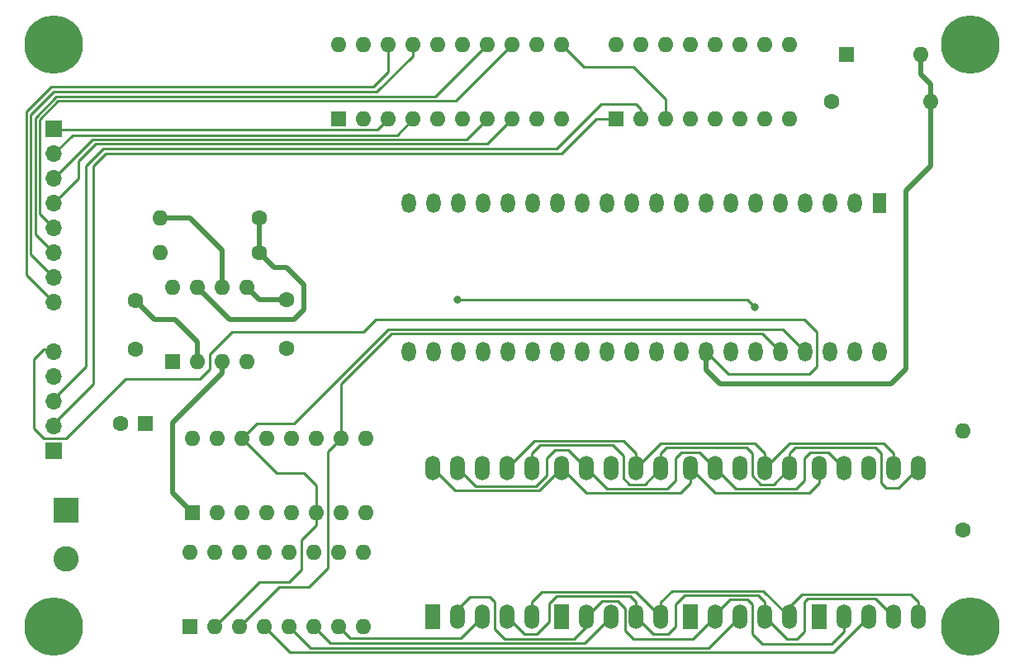
<source format=gbr>
%TF.GenerationSoftware,KiCad,Pcbnew,(5.1.9-0-10_14)*%
%TF.CreationDate,2021-06-28T20:13:29-04:00*%
%TF.ProjectId,DISPLAY,44495350-4c41-4592-9e6b-696361645f70,rev?*%
%TF.SameCoordinates,Original*%
%TF.FileFunction,Copper,L1,Top*%
%TF.FilePolarity,Positive*%
%FSLAX46Y46*%
G04 Gerber Fmt 4.6, Leading zero omitted, Abs format (unit mm)*
G04 Created by KiCad (PCBNEW (5.1.9-0-10_14)) date 2021-06-28 20:13:29*
%MOMM*%
%LPD*%
G01*
G04 APERTURE LIST*
%TA.AperFunction,ComponentPad*%
%ADD10O,1.600000X1.600000*%
%TD*%
%TA.AperFunction,ComponentPad*%
%ADD11C,1.600000*%
%TD*%
%TA.AperFunction,ComponentPad*%
%ADD12O,1.700000X1.700000*%
%TD*%
%TA.AperFunction,ComponentPad*%
%ADD13R,1.700000X1.700000*%
%TD*%
%TA.AperFunction,ComponentPad*%
%ADD14R,1.600000X1.600000*%
%TD*%
%TA.AperFunction,ComponentPad*%
%ADD15C,0.800000*%
%TD*%
%TA.AperFunction,ComponentPad*%
%ADD16C,6.000000*%
%TD*%
%TA.AperFunction,ComponentPad*%
%ADD17O,1.440000X2.000000*%
%TD*%
%TA.AperFunction,ComponentPad*%
%ADD18R,1.440000X2.000000*%
%TD*%
%TA.AperFunction,ComponentPad*%
%ADD19R,1.524000X2.524000*%
%TD*%
%TA.AperFunction,ComponentPad*%
%ADD20O,1.524000X2.524000*%
%TD*%
%TA.AperFunction,ComponentPad*%
%ADD21C,2.600000*%
%TD*%
%TA.AperFunction,ComponentPad*%
%ADD22R,2.600000X2.600000*%
%TD*%
%TA.AperFunction,ViaPad*%
%ADD23C,0.800000*%
%TD*%
%TA.AperFunction,Conductor*%
%ADD24C,0.500000*%
%TD*%
%TA.AperFunction,Conductor*%
%ADD25C,0.250000*%
%TD*%
G04 APERTURE END LIST*
D10*
%TO.P,R2,2*%
%TO.N,HEX*%
X180086000Y-50800000D03*
D11*
%TO.P,R2,1*%
%TO.N,GND*%
X180086000Y-60960000D03*
%TD*%
D12*
%TO.P,J3,5*%
%TO.N,SIGNED*%
X86868000Y-42672000D03*
%TO.P,J3,4*%
%TO.N,RST*%
X86868000Y-45212000D03*
%TO.P,J3,3*%
%TO.N,CLOCK*%
X86868000Y-47752000D03*
%TO.P,J3,2*%
%TO.N,OI*%
X86868000Y-50292000D03*
D13*
%TO.P,J3,1*%
%TO.N,HEX*%
X86868000Y-52832000D03*
%TD*%
D10*
%TO.P,SW1,2*%
%TO.N,SIGNED*%
X175768000Y-12192000D03*
D14*
%TO.P,SW1,1*%
%TO.N,VCC*%
X168148000Y-12192000D03*
%TD*%
D10*
%TO.P,R1,2*%
%TO.N,SIGNED*%
X176784000Y-17018000D03*
D11*
%TO.P,R1,1*%
%TO.N,GND*%
X166624000Y-17018000D03*
%TD*%
%TO.P,C16,2*%
%TO.N,GND*%
X93766000Y-50038000D03*
D14*
%TO.P,C16,1*%
%TO.N,VCC*%
X96266000Y-50038000D03*
%TD*%
D15*
%TO.P,REF\u002A\u002A,1*%
%TO.N,N/C*%
X88458990Y-9585010D03*
X86868000Y-8926000D03*
X85277010Y-9585010D03*
X84618000Y-11176000D03*
X85277010Y-12766990D03*
X86868000Y-13426000D03*
X88458990Y-12766990D03*
X89118000Y-11176000D03*
D16*
X86868000Y-11176000D03*
%TD*%
%TO.P,REF\u002A\u002A,1*%
%TO.N,N/C*%
X86868000Y-70866000D03*
D15*
X89118000Y-70866000D03*
X88458990Y-72456990D03*
X86868000Y-73116000D03*
X85277010Y-72456990D03*
X84618000Y-70866000D03*
X85277010Y-69275010D03*
X86868000Y-68616000D03*
X88458990Y-69275010D03*
%TD*%
D16*
%TO.P,REF\u002A\u002A,1*%
%TO.N,N/C*%
X180848000Y-11176000D03*
D15*
X183098000Y-11176000D03*
X182438990Y-12766990D03*
X180848000Y-13426000D03*
X179257010Y-12766990D03*
X178598000Y-11176000D03*
X179257010Y-9585010D03*
X180848000Y-8926000D03*
X182438990Y-9585010D03*
%TD*%
%TO.P,REF\u002A\u002A,1*%
%TO.N,N/C*%
X182438990Y-69275010D03*
X180848000Y-68616000D03*
X179257010Y-69275010D03*
X178598000Y-70866000D03*
X179257010Y-72456990D03*
X180848000Y-73116000D03*
X182438990Y-72456990D03*
X183098000Y-70866000D03*
D16*
X180848000Y-70866000D03*
%TD*%
D10*
%TO.P,U4332,16*%
%TO.N,VCC*%
X100838000Y-63246000D03*
%TO.P,U4332,8*%
%TO.N,GND*%
X118618000Y-70866000D03*
%TO.P,U4332,15*%
%TO.N,N/C*%
X103378000Y-63246000D03*
%TO.P,U4332,7*%
%TO.N,SIGN_DISPLAY*%
X116078000Y-70866000D03*
%TO.P,U4332,14*%
%TO.N,N/C*%
X105918000Y-63246000D03*
%TO.P,U4332,6*%
%TO.N,100_DISPLAY*%
X113538000Y-70866000D03*
%TO.P,U4332,13*%
%TO.N,N/C*%
X108458000Y-63246000D03*
%TO.P,U4332,5*%
%TO.N,10_DISPLAY*%
X110998000Y-70866000D03*
%TO.P,U4332,12*%
%TO.N,N/C*%
X110998000Y-63246000D03*
%TO.P,U4332,4*%
%TO.N,1_DISPLAY*%
X108458000Y-70866000D03*
%TO.P,U4332,11*%
%TO.N,N/C*%
X113538000Y-63246000D03*
%TO.P,U4332,3*%
%TO.N,A1*%
X105918000Y-70866000D03*
%TO.P,U4332,10*%
%TO.N,N/C*%
X116078000Y-63246000D03*
%TO.P,U4332,2*%
%TO.N,A0*%
X103378000Y-70866000D03*
%TO.P,U4332,9*%
%TO.N,N/C*%
X118618000Y-63246000D03*
D14*
%TO.P,U4332,1*%
%TO.N,GND*%
X100838000Y-70866000D03*
%TD*%
D10*
%TO.P,U2444,16*%
%TO.N,VCC*%
X101092000Y-51562000D03*
%TO.P,U2444,8*%
X118872000Y-59182000D03*
%TO.P,U2444,15*%
%TO.N,Net-(U2444-Pad15)*%
X103632000Y-51562000D03*
%TO.P,U2444,7*%
%TO.N,VCC*%
X116332000Y-59182000D03*
%TO.P,U2444,14*%
%TO.N,A0*%
X106172000Y-51562000D03*
%TO.P,U2444,6*%
X113792000Y-59182000D03*
%TO.P,U2444,13*%
%TO.N,GND*%
X108712000Y-51562000D03*
%TO.P,U2444,5*%
%TO.N,VCC*%
X111252000Y-59182000D03*
%TO.P,U2444,12*%
X111252000Y-51562000D03*
%TO.P,U2444,4*%
X108712000Y-59182000D03*
%TO.P,U2444,11*%
%TO.N,Net-(U2444-Pad11)*%
X113792000Y-51562000D03*
%TO.P,U2444,3*%
%TO.N,VCC*%
X106172000Y-59182000D03*
%TO.P,U2444,10*%
%TO.N,A1*%
X116332000Y-51562000D03*
%TO.P,U2444,2*%
%TO.N,VCC*%
X103632000Y-59182000D03*
%TO.P,U2444,9*%
X118872000Y-51562000D03*
D14*
%TO.P,U2444,1*%
%TO.N,RATE*%
X101092000Y-59182000D03*
%TD*%
D10*
%TO.P,U1555,8*%
%TO.N,VCC*%
X99060000Y-36068000D03*
%TO.P,U1555,4*%
%TO.N,Net-(U1555-Pad4)*%
X106680000Y-43688000D03*
%TO.P,U1555,7*%
%TO.N,Net-(R1452-Pad1)*%
X101600000Y-36068000D03*
%TO.P,U1555,3*%
%TO.N,RATE*%
X104140000Y-43688000D03*
%TO.P,U1555,6*%
%TO.N,Net-(C133-Pad2)*%
X104140000Y-36068000D03*
%TO.P,U1555,2*%
X101600000Y-43688000D03*
%TO.P,U1555,5*%
%TO.N,Net-(C233-Pad1)*%
X106680000Y-36068000D03*
D14*
%TO.P,U1555,1*%
%TO.N,GND*%
X99060000Y-43688000D03*
%TD*%
D17*
%TO.P,U9,*%
%TO.N,*%
X123291600Y-42672000D03*
X123291600Y-27432000D03*
X125831600Y-42672000D03*
X125831600Y-27432000D03*
X128371600Y-42672000D03*
X128371600Y-27432000D03*
X130911600Y-42672000D03*
X130911600Y-27432000D03*
X133451600Y-42672000D03*
X133451600Y-27432000D03*
X135991600Y-42672000D03*
X135991600Y-27432000D03*
%TO.P,U9,15*%
%TO.N,D_SEG*%
X138531600Y-42672000D03*
%TO.P,U9,14*%
%TO.N,GND*%
X138531600Y-27432000D03*
%TO.P,U9,16*%
%TO.N,C_SEG*%
X141071600Y-42672000D03*
%TO.P,U9,13*%
%TO.N,E_SEG*%
X141071600Y-27432000D03*
%TO.P,U9,17*%
%TO.N,B_SEG*%
X143611600Y-42672000D03*
%TO.P,U9,12*%
%TO.N,F_SEG*%
X143611600Y-27432000D03*
%TO.P,U9,18*%
%TO.N,A_SEG*%
X146151600Y-42672000D03*
%TO.P,U9,11*%
%TO.N,G_SEG*%
X146151600Y-27432000D03*
%TO.P,U9,19*%
%TO.N,DP_SEG*%
X148691600Y-42672000D03*
%TO.P,U9,10*%
%TO.N,Net-(U3-Pad19)*%
X148691600Y-27432000D03*
%TO.P,U9,20*%
%TO.N,GND*%
X151231600Y-42672000D03*
%TO.P,U9,9*%
%TO.N,Net-(U3-Pad16)*%
X151231600Y-27432000D03*
%TO.P,U9,21*%
%TO.N,SIGNED*%
X153771600Y-42672000D03*
%TO.P,U9,8*%
%TO.N,Net-(U3-Pad15)*%
X153771600Y-27432000D03*
%TO.P,U9,22*%
%TO.N,GND*%
X156311600Y-42672000D03*
%TO.P,U9,7*%
%TO.N,Net-(U3-Pad12)*%
X156311600Y-27432000D03*
%TO.P,U9,23*%
%TO.N,HEX*%
X158851600Y-42672000D03*
%TO.P,U9,6*%
%TO.N,Net-(U3-Pad9)*%
X158851600Y-27432000D03*
%TO.P,U9,24*%
%TO.N,A1*%
X161391600Y-42672000D03*
%TO.P,U9,5*%
%TO.N,Net-(U3-Pad6)*%
X161391600Y-27432000D03*
%TO.P,U9,25*%
%TO.N,A0*%
X163931600Y-42672000D03*
%TO.P,U9,4*%
%TO.N,Net-(U3-Pad5)*%
X163931600Y-27432000D03*
%TO.P,U9,26*%
%TO.N,GND*%
X166471600Y-42672000D03*
%TO.P,U9,3*%
%TO.N,Net-(U3-Pad2)*%
X166471600Y-27432000D03*
%TO.P,U9,27*%
%TO.N,VCC*%
X169011600Y-42672000D03*
%TO.P,U9,2*%
%TO.N,GND*%
X169011600Y-27432000D03*
%TO.P,U9,28*%
%TO.N,VCC*%
X171551600Y-42672000D03*
D18*
%TO.P,U9,1*%
%TO.N,GND*%
X171551600Y-27432000D03*
%TD*%
D19*
%TO.P,U6,1*%
%TO.N,E_SEG*%
X165354000Y-69850000D03*
D20*
%TO.P,U6,2*%
%TO.N,D_SEG*%
X167894000Y-69850000D03*
%TO.P,U6,3*%
%TO.N,1_DISPLAY*%
X170434000Y-69850000D03*
%TO.P,U6,4*%
%TO.N,C_SEG*%
X172974000Y-69850000D03*
%TO.P,U6,5*%
%TO.N,DP_SEG*%
X175514000Y-69850000D03*
%TO.P,U6,6*%
%TO.N,B_SEG*%
X175514000Y-54610000D03*
%TO.P,U6,7*%
%TO.N,A_SEG*%
X172974000Y-54610000D03*
%TO.P,U6,8*%
%TO.N,1_DISPLAY*%
X170434000Y-54610000D03*
%TO.P,U6,9*%
%TO.N,F_SEG*%
X167894000Y-54610000D03*
%TO.P,U6,10*%
%TO.N,G_SEG*%
X165354000Y-54610000D03*
%TD*%
D19*
%TO.P,U5,1*%
%TO.N,E_SEG*%
X152146000Y-69850000D03*
D20*
%TO.P,U5,2*%
%TO.N,D_SEG*%
X154686000Y-69850000D03*
%TO.P,U5,3*%
%TO.N,10_DISPLAY*%
X157226000Y-69850000D03*
%TO.P,U5,4*%
%TO.N,C_SEG*%
X159766000Y-69850000D03*
%TO.P,U5,5*%
%TO.N,DP_SEG*%
X162306000Y-69850000D03*
%TO.P,U5,6*%
%TO.N,B_SEG*%
X162306000Y-54610000D03*
%TO.P,U5,7*%
%TO.N,A_SEG*%
X159766000Y-54610000D03*
%TO.P,U5,8*%
%TO.N,10_DISPLAY*%
X157226000Y-54610000D03*
%TO.P,U5,9*%
%TO.N,F_SEG*%
X154686000Y-54610000D03*
%TO.P,U5,10*%
%TO.N,G_SEG*%
X152146000Y-54610000D03*
%TD*%
D19*
%TO.P,U4,1*%
%TO.N,E_SEG*%
X138938000Y-69850000D03*
D20*
%TO.P,U4,2*%
%TO.N,D_SEG*%
X141478000Y-69850000D03*
%TO.P,U4,3*%
%TO.N,100_DISPLAY*%
X144018000Y-69850000D03*
%TO.P,U4,4*%
%TO.N,C_SEG*%
X146558000Y-69850000D03*
%TO.P,U4,5*%
%TO.N,DP_SEG*%
X149098000Y-69850000D03*
%TO.P,U4,6*%
%TO.N,B_SEG*%
X149098000Y-54610000D03*
%TO.P,U4,7*%
%TO.N,A_SEG*%
X146558000Y-54610000D03*
%TO.P,U4,8*%
%TO.N,100_DISPLAY*%
X144018000Y-54610000D03*
%TO.P,U4,9*%
%TO.N,F_SEG*%
X141478000Y-54610000D03*
%TO.P,U4,10*%
%TO.N,G_SEG*%
X138938000Y-54610000D03*
%TD*%
D10*
%TO.P,U3,20*%
%TO.N,VCC*%
X116078000Y-11176000D03*
%TO.P,U3,10*%
%TO.N,GND*%
X138938000Y-18796000D03*
%TO.P,U3,19*%
%TO.N,Net-(U3-Pad19)*%
X118618000Y-11176000D03*
%TO.P,U3,9*%
%TO.N,Net-(U3-Pad9)*%
X136398000Y-18796000D03*
%TO.P,U3,18*%
%TO.N,BUS0*%
X121158000Y-11176000D03*
%TO.P,U3,8*%
%TO.N,BUS4*%
X133858000Y-18796000D03*
%TO.P,U3,17*%
%TO.N,BUS1*%
X123698000Y-11176000D03*
%TO.P,U3,7*%
%TO.N,BUS5*%
X131318000Y-18796000D03*
%TO.P,U3,16*%
%TO.N,Net-(U3-Pad16)*%
X126238000Y-11176000D03*
%TO.P,U3,6*%
%TO.N,Net-(U3-Pad6)*%
X128778000Y-18796000D03*
%TO.P,U3,15*%
%TO.N,Net-(U3-Pad15)*%
X128778000Y-11176000D03*
%TO.P,U3,5*%
%TO.N,Net-(U3-Pad5)*%
X126238000Y-18796000D03*
%TO.P,U3,14*%
%TO.N,BUS2*%
X131318000Y-11176000D03*
%TO.P,U3,4*%
%TO.N,BUS6*%
X123698000Y-18796000D03*
%TO.P,U3,13*%
%TO.N,BUS3*%
X133858000Y-11176000D03*
%TO.P,U3,3*%
%TO.N,BUS7*%
X121158000Y-18796000D03*
%TO.P,U3,12*%
%TO.N,Net-(U3-Pad12)*%
X136398000Y-11176000D03*
%TO.P,U3,2*%
%TO.N,Net-(U3-Pad2)*%
X118618000Y-18796000D03*
%TO.P,U3,11*%
%TO.N,Net-(U2-Pad3)*%
X138938000Y-11176000D03*
D14*
%TO.P,U3,1*%
%TO.N,RST*%
X116078000Y-18796000D03*
%TD*%
D10*
%TO.P,U2,16*%
%TO.N,N/C*%
X144526000Y-11176000D03*
%TO.P,U2,8*%
X162306000Y-18796000D03*
%TO.P,U2,15*%
X147066000Y-11176000D03*
%TO.P,U2,7*%
%TO.N,GND*%
X159766000Y-18796000D03*
%TO.P,U2,14*%
%TO.N,VCC*%
X149606000Y-11176000D03*
%TO.P,U2,6*%
%TO.N,N/C*%
X157226000Y-18796000D03*
%TO.P,U2,13*%
X152146000Y-11176000D03*
%TO.P,U2,5*%
X154686000Y-18796000D03*
%TO.P,U2,12*%
X154686000Y-11176000D03*
%TO.P,U2,4*%
X152146000Y-18796000D03*
%TO.P,U2,11*%
X157226000Y-11176000D03*
%TO.P,U2,3*%
%TO.N,Net-(U2-Pad3)*%
X149606000Y-18796000D03*
%TO.P,U2,10*%
%TO.N,N/C*%
X159766000Y-11176000D03*
%TO.P,U2,2*%
%TO.N,CLOCK*%
X147066000Y-18796000D03*
%TO.P,U2,9*%
%TO.N,N/C*%
X162306000Y-11176000D03*
D14*
%TO.P,U2,1*%
%TO.N,OI*%
X144526000Y-18796000D03*
%TD*%
D19*
%TO.P,U1,1*%
%TO.N,E_SEG*%
X125730000Y-69850000D03*
D20*
%TO.P,U1,2*%
%TO.N,D_SEG*%
X128270000Y-69850000D03*
%TO.P,U1,3*%
%TO.N,SIGN_DISPLAY*%
X130810000Y-69850000D03*
%TO.P,U1,4*%
%TO.N,C_SEG*%
X133350000Y-69850000D03*
%TO.P,U1,5*%
%TO.N,DP_SEG*%
X135890000Y-69850000D03*
%TO.P,U1,6*%
%TO.N,B_SEG*%
X135890000Y-54610000D03*
%TO.P,U1,7*%
%TO.N,A_SEG*%
X133350000Y-54610000D03*
%TO.P,U1,8*%
%TO.N,SIGN_DISPLAY*%
X130810000Y-54610000D03*
%TO.P,U1,9*%
%TO.N,F_SEG*%
X128270000Y-54610000D03*
%TO.P,U1,10*%
%TO.N,G_SEG*%
X125730000Y-54610000D03*
%TD*%
D10*
%TO.P,R2123,2*%
%TO.N,VCC*%
X97790000Y-32512000D03*
D11*
%TO.P,R2123,1*%
%TO.N,Net-(R1452-Pad1)*%
X107950000Y-32512000D03*
%TD*%
D10*
%TO.P,R1452,2*%
%TO.N,Net-(C133-Pad2)*%
X97790000Y-28956000D03*
D11*
%TO.P,R1452,1*%
%TO.N,Net-(R1452-Pad1)*%
X107950000Y-28956000D03*
%TD*%
D12*
%TO.P,J2,8*%
%TO.N,BUS0*%
X86868000Y-37592000D03*
%TO.P,J2,7*%
%TO.N,BUS1*%
X86868000Y-35052000D03*
%TO.P,J2,6*%
%TO.N,BUS2*%
X86868000Y-32512000D03*
%TO.P,J2,5*%
%TO.N,BUS3*%
X86868000Y-29972000D03*
%TO.P,J2,4*%
%TO.N,BUS4*%
X86868000Y-27432000D03*
%TO.P,J2,3*%
%TO.N,BUS5*%
X86868000Y-24892000D03*
%TO.P,J2,2*%
%TO.N,BUS6*%
X86868000Y-22352000D03*
D13*
%TO.P,J2,1*%
%TO.N,BUS7*%
X86868000Y-19812000D03*
%TD*%
D21*
%TO.P,J1,2*%
%TO.N,GND*%
X88138000Y-63928000D03*
D22*
%TO.P,J1,1*%
%TO.N,VCC*%
X88138000Y-58928000D03*
%TD*%
D11*
%TO.P,C233,2*%
%TO.N,GND*%
X110744000Y-42338000D03*
%TO.P,C233,1*%
%TO.N,Net-(C233-Pad1)*%
X110744000Y-37338000D03*
%TD*%
%TO.P,C133,2*%
%TO.N,Net-(C133-Pad2)*%
X95250000Y-37418000D03*
%TO.P,C133,1*%
%TO.N,GND*%
X95250000Y-42418000D03*
%TD*%
D23*
%TO.N,HEX*%
X128270000Y-37338000D03*
X158750000Y-38100000D03*
%TD*%
D24*
%TO.N,Net-(C133-Pad2)*%
X95250000Y-37418000D02*
X97202000Y-39370000D01*
X97202000Y-39370000D02*
X99314000Y-39370000D01*
X101600000Y-41656000D02*
X101600000Y-43688000D01*
X99314000Y-39370000D02*
X101600000Y-41656000D01*
%TO.N,Net-(C233-Pad1)*%
X107950000Y-37338000D02*
X106680000Y-36068000D01*
X110744000Y-37338000D02*
X107950000Y-37338000D01*
%TO.N,Net-(C133-Pad2)*%
X104140000Y-36068000D02*
X104140000Y-32258000D01*
X100838000Y-28956000D02*
X97790000Y-28956000D01*
X104140000Y-32258000D02*
X100838000Y-28956000D01*
%TO.N,Net-(R1452-Pad1)*%
X107950000Y-28956000D02*
X107950000Y-32512000D01*
X107950000Y-32512000D02*
X109474000Y-34036000D01*
X109474000Y-34036000D02*
X110744000Y-34036000D01*
X110744000Y-34036000D02*
X112522000Y-35814000D01*
X112522000Y-35814000D02*
X112522000Y-38354000D01*
X112522000Y-38354000D02*
X111506000Y-39370000D01*
X104902000Y-39370000D02*
X101600000Y-36068000D01*
X111506000Y-39370000D02*
X104902000Y-39370000D01*
D25*
%TO.N,Net-(U2-Pad3)*%
X149606000Y-18796000D02*
X149606000Y-16764000D01*
X149606000Y-16764000D02*
X146304000Y-13462000D01*
X141224000Y-13462000D02*
X138938000Y-11176000D01*
X146304000Y-13462000D02*
X141224000Y-13462000D01*
%TO.N,BUS0*%
X121158000Y-13970000D02*
X121158000Y-11176000D01*
X119634000Y-15494000D02*
X121158000Y-13970000D01*
X86868000Y-37592000D02*
X84074000Y-34798000D01*
X84074000Y-18034000D02*
X86614000Y-15494000D01*
X86614000Y-15494000D02*
X119634000Y-15494000D01*
X84074000Y-34798000D02*
X84074000Y-18034000D01*
%TO.N,BUS1*%
X84524011Y-32708011D02*
X84524011Y-18345989D01*
X86868000Y-16002000D02*
X120003370Y-16002000D01*
X123698000Y-12307370D02*
X123698000Y-11176000D01*
X84524011Y-18345989D02*
X86868000Y-16002000D01*
X120003370Y-16002000D02*
X123698000Y-12307370D01*
X86868000Y-35052000D02*
X84524011Y-32708011D01*
%TO.N,BUS2*%
X84974022Y-18657978D02*
X87122000Y-16510000D01*
X86868000Y-32512000D02*
X84974022Y-30618022D01*
X87122000Y-16510000D02*
X125984000Y-16510000D01*
X125984000Y-16510000D02*
X131318000Y-11176000D01*
X84974022Y-30618022D02*
X84974022Y-18657978D01*
%TO.N,BUS3*%
X85424033Y-18844377D02*
X87308399Y-16960011D01*
X85424033Y-28528033D02*
X85424033Y-18844377D01*
X128073989Y-16960011D02*
X133858000Y-11176000D01*
X86868000Y-29972000D02*
X85424033Y-28528033D01*
X87308399Y-16960011D02*
X128073989Y-16960011D01*
%TO.N,BUS4*%
X86868000Y-27432000D02*
X89408000Y-24892000D01*
X89408000Y-24892000D02*
X89408000Y-23114000D01*
X89408000Y-23114000D02*
X91186000Y-21336000D01*
X131318000Y-21336000D02*
X133858000Y-18796000D01*
X91186000Y-21336000D02*
X131318000Y-21336000D01*
%TO.N,BUS5*%
X90874011Y-20885989D02*
X129228011Y-20885989D01*
X129228011Y-20885989D02*
X131318000Y-18796000D01*
X86868000Y-24892000D02*
X90874011Y-20885989D01*
%TO.N,BUS6*%
X88784022Y-20435978D02*
X122058022Y-20435978D01*
X86868000Y-22352000D02*
X88784022Y-20435978D01*
X122058022Y-20435978D02*
X123698000Y-18796000D01*
%TO.N,BUS7*%
X120032999Y-19921001D02*
X121158000Y-18796000D01*
X86977001Y-19921001D02*
X120032999Y-19921001D01*
X86868000Y-19812000D02*
X86977001Y-19921001D01*
%TO.N,CLOCK*%
X91948000Y-21844000D02*
X90170000Y-23622000D01*
X143002000Y-17272000D02*
X138430000Y-21844000D01*
X146558000Y-17272000D02*
X143002000Y-17272000D01*
X90170000Y-23622000D02*
X90170000Y-44196000D01*
X138430000Y-21844000D02*
X91948000Y-21844000D01*
X90170000Y-44196000D02*
X86868000Y-47498000D01*
X147066000Y-17780000D02*
X146558000Y-17272000D01*
X147066000Y-18796000D02*
X147066000Y-17780000D01*
%TO.N,OI*%
X90932000Y-45974000D02*
X86868000Y-50038000D01*
X90932000Y-23622000D02*
X90932000Y-45974000D01*
X92202000Y-22352000D02*
X90932000Y-23622000D01*
X138938000Y-22352000D02*
X92202000Y-22352000D01*
X142494000Y-18796000D02*
X138938000Y-22352000D01*
X144526000Y-18796000D02*
X142494000Y-18796000D01*
%TO.N,D_SEG*%
X166624000Y-72644000D02*
X167894000Y-71374000D01*
X157988000Y-68072000D02*
X158496000Y-68580000D01*
X159512000Y-72644000D02*
X166624000Y-72644000D01*
X158496000Y-71628000D02*
X159512000Y-72644000D01*
X156210000Y-68072000D02*
X157988000Y-68072000D01*
X154686000Y-69596000D02*
X156210000Y-68072000D01*
X158496000Y-68580000D02*
X158496000Y-71628000D01*
X167894000Y-71374000D02*
X167894000Y-69850000D01*
X154686000Y-69850000D02*
X154686000Y-69596000D01*
X140208000Y-72136000D02*
X141478000Y-70866000D01*
X133096000Y-72136000D02*
X140208000Y-72136000D01*
X132080000Y-71120000D02*
X133096000Y-72136000D01*
X132080000Y-68326000D02*
X132080000Y-71120000D01*
X131572000Y-67818000D02*
X132080000Y-68326000D01*
X141478000Y-70866000D02*
X141478000Y-69850000D01*
X129540000Y-67818000D02*
X131572000Y-67818000D01*
X128270000Y-69088000D02*
X129540000Y-67818000D01*
X128270000Y-69850000D02*
X128270000Y-69088000D01*
X145470990Y-71302990D02*
X146304000Y-72136000D01*
X144664022Y-68210022D02*
X145470990Y-69016990D01*
X141478000Y-69850000D02*
X143117978Y-68210022D01*
X146304000Y-72136000D02*
X152400000Y-72136000D01*
X145470990Y-69016990D02*
X145470990Y-71302990D01*
X143117978Y-68210022D02*
X144664022Y-68210022D01*
X152400000Y-72136000D02*
X154686000Y-69850000D01*
%TO.N,SIGN_DISPLAY*%
X117267967Y-72055967D02*
X128604033Y-72055967D01*
X116078000Y-70866000D02*
X117267967Y-72055967D01*
X128604033Y-72055967D02*
X130810000Y-69850000D01*
%TO.N,C_SEG*%
X146558000Y-69850000D02*
X148336000Y-71628000D01*
X148336000Y-71628000D02*
X149860000Y-71628000D01*
X149860000Y-71628000D02*
X150622000Y-70866000D01*
X159766000Y-68338000D02*
X159766000Y-69850000D01*
X150622000Y-70866000D02*
X150622000Y-68580000D01*
X150622000Y-68580000D02*
X151580011Y-67621989D01*
X159049989Y-67621989D02*
X159766000Y-68338000D01*
X151580011Y-67621989D02*
X159049989Y-67621989D01*
X171138011Y-68014011D02*
X172974000Y-69850000D01*
X163068000Y-72136000D02*
X163830000Y-71374000D01*
X159766000Y-69850000D02*
X162052000Y-72136000D01*
X162052000Y-72136000D02*
X163068000Y-72136000D01*
X163830000Y-71374000D02*
X163830000Y-68326000D01*
X164141989Y-68014011D02*
X171138011Y-68014011D01*
X163830000Y-68326000D02*
X164141989Y-68014011D01*
X137668000Y-70358000D02*
X137668000Y-68510998D01*
X138418987Y-67760011D02*
X145980011Y-67760011D01*
X133350000Y-69850000D02*
X135128000Y-71628000D01*
X136398000Y-71628000D02*
X137668000Y-70358000D01*
X135128000Y-71628000D02*
X136398000Y-71628000D01*
X137668000Y-68510998D02*
X138418987Y-67760011D01*
X145980011Y-67760011D02*
X146558000Y-68338000D01*
X146558000Y-68338000D02*
X146558000Y-69850000D01*
%TO.N,B_SEG*%
X172212000Y-56642000D02*
X173482000Y-56642000D01*
X162306000Y-53098000D02*
X162883989Y-52520011D01*
X162306000Y-54610000D02*
X162306000Y-53098000D01*
X173482000Y-56642000D02*
X175514000Y-54610000D01*
X162883989Y-52520011D02*
X171138011Y-52520011D01*
X171138011Y-52520011D02*
X171704000Y-53086000D01*
X171704000Y-53086000D02*
X171704000Y-56134000D01*
X171704000Y-56134000D02*
X172212000Y-56642000D01*
X145288000Y-53340000D02*
X145288000Y-55626000D01*
X135890000Y-54610000D02*
X135890000Y-53098000D01*
X144214011Y-52266011D02*
X145288000Y-53340000D01*
X145911978Y-56249978D02*
X147458022Y-56249978D01*
X136721989Y-52266011D02*
X144214011Y-52266011D01*
X135890000Y-53098000D02*
X136721989Y-52266011D01*
X145288000Y-55626000D02*
X145911978Y-56249978D01*
X147458022Y-56249978D02*
X149098000Y-54610000D01*
X149098000Y-54610000D02*
X149098000Y-53098000D01*
X149098000Y-53098000D02*
X149675989Y-52520011D01*
X149675989Y-52520011D02*
X157930011Y-52520011D01*
X158496000Y-53086000D02*
X158496000Y-55377264D01*
X159368714Y-56249978D02*
X160666022Y-56249978D01*
X157930011Y-52520011D02*
X158496000Y-53086000D01*
X158496000Y-55377264D02*
X159368714Y-56249978D01*
X160666022Y-56249978D02*
X162306000Y-54610000D01*
%TO.N,A_SEG*%
X146558000Y-53098000D02*
X146558000Y-54610000D01*
X133350000Y-54610000D02*
X136144000Y-51816000D01*
X145276000Y-51816000D02*
X146558000Y-53098000D01*
X136144000Y-51816000D02*
X145276000Y-51816000D01*
X159766000Y-53098000D02*
X159766000Y-54610000D01*
X146558000Y-54610000D02*
X149098000Y-52070000D01*
X158738000Y-52070000D02*
X159766000Y-53098000D01*
X149098000Y-52070000D02*
X158738000Y-52070000D01*
X171946000Y-52070000D02*
X172974000Y-53098000D01*
X162306000Y-52070000D02*
X171946000Y-52070000D01*
X159766000Y-54610000D02*
X162306000Y-52070000D01*
X172974000Y-53098000D02*
X172974000Y-54610000D01*
%TO.N,F_SEG*%
X128270000Y-54610000D02*
X130105989Y-56445989D01*
X130105989Y-56445989D02*
X136340011Y-56445989D01*
X138291978Y-52716022D02*
X139584022Y-52716022D01*
X137414000Y-53594000D02*
X138291978Y-52716022D01*
X137414000Y-55372000D02*
X137414000Y-53594000D01*
X136340011Y-56445989D02*
X137414000Y-55372000D01*
X139584022Y-52716022D02*
X141478000Y-54610000D01*
X151245978Y-52970022D02*
X153046022Y-52970022D01*
X150622000Y-53594000D02*
X151245978Y-52970022D01*
X150622000Y-55880000D02*
X150622000Y-53594000D01*
X149802011Y-56699989D02*
X150622000Y-55880000D01*
X153046022Y-52970022D02*
X154686000Y-54610000D01*
X141478000Y-54610000D02*
X143567989Y-56699989D01*
X143567989Y-56699989D02*
X149802011Y-56699989D01*
X163010011Y-56699989D02*
X163830000Y-55880000D01*
X163830000Y-55880000D02*
X163830000Y-53594000D01*
X164453978Y-52970022D02*
X166254022Y-52970022D01*
X166254022Y-52970022D02*
X167894000Y-54610000D01*
X163830000Y-53594000D02*
X164453978Y-52970022D01*
X154686000Y-54610000D02*
X156775989Y-56699989D01*
X156775989Y-56699989D02*
X163010011Y-56699989D01*
%TO.N,G_SEG*%
X136652000Y-56896000D02*
X138938000Y-54610000D01*
X128016000Y-56896000D02*
X136652000Y-56896000D01*
X125730000Y-54610000D02*
X128016000Y-56896000D01*
X152146000Y-56122000D02*
X152146000Y-54610000D01*
X151118000Y-57150000D02*
X152146000Y-56122000D01*
X141478000Y-57150000D02*
X151118000Y-57150000D01*
X138938000Y-54610000D02*
X141478000Y-57150000D01*
X164326000Y-57150000D02*
X165354000Y-56122000D01*
X154686000Y-57150000D02*
X164326000Y-57150000D01*
X152146000Y-54610000D02*
X154686000Y-57150000D01*
X165354000Y-56122000D02*
X165354000Y-54610000D01*
%TO.N,100_DISPLAY*%
X144018000Y-69850000D02*
X141281989Y-72586011D01*
X115258011Y-72586011D02*
X113538000Y-70866000D01*
X141281989Y-72586011D02*
X115258011Y-72586011D01*
%TO.N,10_DISPLAY*%
X113168022Y-73036022D02*
X154039978Y-73036022D01*
X110998000Y-70866000D02*
X113168022Y-73036022D01*
X154039978Y-73036022D02*
X157226000Y-69850000D01*
%TO.N,1_DISPLAY*%
X108458000Y-70866000D02*
X111078033Y-73486033D01*
X166797967Y-73486033D02*
X170434000Y-69850000D01*
X111078033Y-73486033D02*
X166797967Y-73486033D01*
%TO.N,DP_SEG*%
X149098000Y-69850000D02*
X149098000Y-68338000D01*
X149098000Y-68338000D02*
X150264020Y-67171980D01*
X150264020Y-67171980D02*
X159627980Y-67171980D01*
X159627980Y-67171980D02*
X162306000Y-69850000D01*
X175514000Y-68326000D02*
X175514000Y-69850000D01*
X163576000Y-67564000D02*
X174752000Y-67564000D01*
X162306000Y-69850000D02*
X162306000Y-68834000D01*
X174752000Y-67564000D02*
X175514000Y-68326000D01*
X162306000Y-68834000D02*
X163576000Y-67564000D01*
X146558000Y-67310000D02*
X149098000Y-69850000D01*
X136918000Y-67310000D02*
X146558000Y-67310000D01*
X135890000Y-68338000D02*
X136918000Y-67310000D01*
X135890000Y-69850000D02*
X135890000Y-68338000D01*
%TO.N,A1*%
X113030000Y-66802000D02*
X109982000Y-66802000D01*
X114952999Y-64879001D02*
X113030000Y-66802000D01*
X114952999Y-52941001D02*
X114952999Y-64879001D01*
X109982000Y-66802000D02*
X105918000Y-70866000D01*
X116332000Y-51562000D02*
X114952999Y-52941001D01*
X159555611Y-40836011D02*
X161391600Y-42672000D01*
X116332000Y-45974000D02*
X121469989Y-40836011D01*
X121469989Y-40836011D02*
X159555611Y-40836011D01*
X116332000Y-51562000D02*
X116332000Y-45974000D01*
%TO.N,A0*%
X113792000Y-60452000D02*
X113792000Y-59182000D01*
X107950000Y-66294000D02*
X110998000Y-66294000D01*
X110998000Y-66294000D02*
X112268000Y-65024000D01*
X112268000Y-61976000D02*
X113792000Y-60452000D01*
X112268000Y-65024000D02*
X112268000Y-61976000D01*
X103378000Y-70866000D02*
X107950000Y-66294000D01*
X106172000Y-51562000D02*
X109728000Y-55118000D01*
X109728000Y-55118000D02*
X112522000Y-55118000D01*
X113792000Y-56388000D02*
X113792000Y-59182000D01*
X112522000Y-55118000D02*
X113792000Y-56388000D01*
X121158000Y-40386000D02*
X161645600Y-40386000D01*
X161645600Y-40386000D02*
X163931600Y-42672000D01*
X111506000Y-50038000D02*
X121158000Y-40386000D01*
X107696000Y-50038000D02*
X111506000Y-50038000D01*
X106172000Y-51562000D02*
X107696000Y-50038000D01*
D24*
%TO.N,RATE*%
X104140000Y-44819370D02*
X99060000Y-49899370D01*
X104140000Y-43688000D02*
X104140000Y-44819370D01*
X99060000Y-49899370D02*
X99060000Y-57150000D01*
X99060000Y-57150000D02*
X101092000Y-59182000D01*
%TO.N,SIGNED*%
X175768000Y-12192000D02*
X175768000Y-14224000D01*
X176784000Y-15240000D02*
X176784000Y-17018000D01*
X175768000Y-14224000D02*
X176784000Y-15240000D01*
X155194000Y-45974000D02*
X153771600Y-44551600D01*
X174244000Y-44450000D02*
X172720000Y-45974000D01*
X172720000Y-45974000D02*
X155194000Y-45974000D01*
X153771600Y-44551600D02*
X153771600Y-42672000D01*
X174244000Y-26162000D02*
X174244000Y-44450000D01*
X176784000Y-23622000D02*
X174244000Y-26162000D01*
X176784000Y-17018000D02*
X176784000Y-23622000D01*
D25*
X84836000Y-43434000D02*
X85852000Y-42418000D01*
X84836000Y-50546000D02*
X84836000Y-43434000D01*
X85852000Y-51562000D02*
X84836000Y-50546000D01*
X88138000Y-51562000D02*
X85852000Y-51562000D01*
X94234000Y-45466000D02*
X88138000Y-51562000D01*
X101854000Y-45466000D02*
X94234000Y-45466000D01*
X102870000Y-44450000D02*
X101854000Y-45466000D01*
X118618000Y-40640000D02*
X105156000Y-40640000D01*
X119888000Y-39370000D02*
X118618000Y-40640000D01*
X164338000Y-44958000D02*
X165100000Y-44196000D01*
X105156000Y-40640000D02*
X102870000Y-42926000D01*
X163830000Y-39370000D02*
X119888000Y-39370000D01*
X165100000Y-40640000D02*
X163830000Y-39370000D01*
X85852000Y-42418000D02*
X86868000Y-42418000D01*
X102870000Y-42926000D02*
X102870000Y-44450000D01*
X165100000Y-44196000D02*
X165100000Y-40640000D01*
X156057600Y-44958000D02*
X164338000Y-44958000D01*
X153771600Y-42672000D02*
X156057600Y-44958000D01*
%TO.N,HEX*%
X128270000Y-37338000D02*
X157988000Y-37338000D01*
X157988000Y-37338000D02*
X158750000Y-38100000D01*
%TD*%
M02*

</source>
